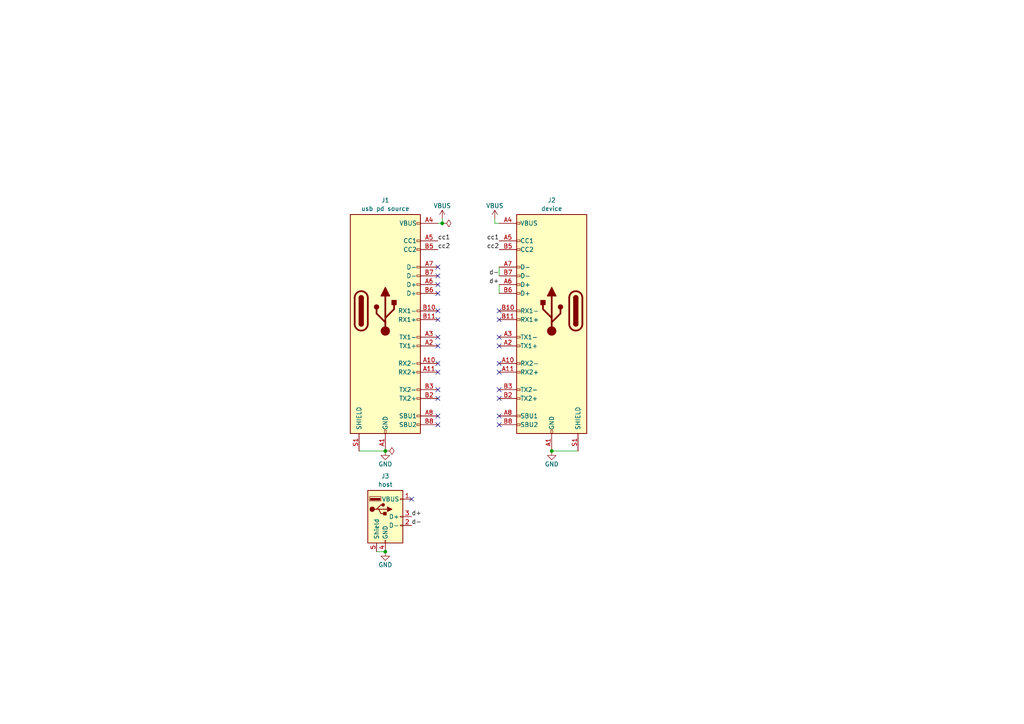
<source format=kicad_sch>
(kicad_sch (version 20231120) (generator "eeschema") (generator_version "8.0")
  (paper "A4")
  (lib_symbols
    (symbol "Connector:USB_A" (pin_names (offset 1.016))
      (property "Reference" "J" (at -5.08 11.43 0))
      (property "Value" "USB_A" (at -5.08 8.89 0))
      (symbol "USB_A_0_1"
        (rectangle (start -5.08 -7.62) (end 5.08 7.62) (stroke (width 0.254)) (fill (type background)))
        (circle (center -3.81 2.159) (radius 0.635) (stroke (width 0.254)) (fill (type outline)))
        (rectangle (start -1.524 4.826) (end -4.318 5.334) (fill (type outline)))
        (rectangle (start -1.27 4.572) (end -4.572 5.842))
        (circle (center -0.635 3.429) (radius 0.381) (stroke (width 0.254)) (fill (type outline)))
        (rectangle (start -0.127 -7.62) (end 0.127 -6.858))
        (polyline (pts (xy -3.175 2.159) (xy -2.54 2.159) (xy -1.27 3.429) (xy -0.635 3.429)) (stroke (width 0.254)))
        (polyline (pts (xy -2.54 2.159) (xy -1.905 2.159) (xy -1.27 0.889) (xy 0 0.889)) (stroke (width 0.254)))
        (polyline (pts (xy 0.635 2.794) (xy 0.635 1.524) (xy 1.905 2.159) (xy 0.635 2.794)) (stroke (width 0.254)) (fill (type outline)))
        (rectangle (start 0.254 1.27) (end -0.508 0.508) (stroke (width 0.254)) (fill (type outline)))
        (rectangle (start 5.08 -2.667) (end 4.318 -2.413))
        (rectangle (start 5.08 -0.127) (end 4.318 0.127))
        (rectangle (start 5.08 4.953) (end 4.318 5.207))
      )
      (symbol "USB_A_1_1"
        (polyline (pts (xy -1.905 2.159) (xy 0.635 2.159)) (stroke (width 0.254)))
        (pin power_in line (at 7.62 5.08 180) (length 2.54) (name "VBUS") (number "1"))
        (pin bidirectional line (at 7.62 -2.54 180) (length 2.54) (name "D-") (number "2"))
        (pin bidirectional line (at 7.62 0 180) (length 2.54) (name "D+") (number "3"))
        (pin power_in line (at 0 -10.16 90) (length 2.54) (name "GND") (number "4"))
        (pin passive line (at -2.54 -10.16 90) (length 2.54) (name "Shield") (number "5"))
      )
    )
    (symbol "Connector:USB_C_Receptacle" (pin_names (offset 1.016))
      (property "Reference" "J" (at -10.16 29.21 0))
      (property "Value" "USB_C_Receptacle" (at 10.16 29.21 0))
      (symbol "USB_C_Receptacle_0_0"
        (rectangle (start -0.254 -35.56) (end 0.254 -34.544))
        (rectangle (start 10.16 -32.766) (end 9.144 -33.274))
        (rectangle (start 10.16 -30.226) (end 9.144 -30.734))
        (rectangle (start 10.16 -25.146) (end 9.144 -25.654))
        (rectangle (start 10.16 -22.606) (end 9.144 -23.114))
        (rectangle (start 10.16 -17.526) (end 9.144 -18.034))
        (rectangle (start 10.16 -14.986) (end 9.144 -15.494))
        (rectangle (start 10.16 -9.906) (end 9.144 -10.414))
        (rectangle (start 10.16 -7.366) (end 9.144 -7.874))
        (rectangle (start 10.16 -2.286) (end 9.144 -2.794))
        (rectangle (start 10.16 0.254) (end 9.144 -0.254))
        (rectangle (start 10.16 5.334) (end 9.144 4.826))
        (rectangle (start 10.16 7.874) (end 9.144 7.366))
        (rectangle (start 10.16 10.414) (end 9.144 9.906))
        (rectangle (start 10.16 12.954) (end 9.144 12.446))
        (rectangle (start 10.16 18.034) (end 9.144 17.526))
        (rectangle (start 10.16 20.574) (end 9.144 20.066))
        (rectangle (start 10.16 25.654) (end 9.144 25.146))
      )
      (symbol "USB_C_Receptacle_0_1"
        (rectangle (start -10.16 27.94) (end 10.16 -35.56) (stroke (width 0.254)) (fill (type background)))
        (arc (start -8.89 -3.81) (mid -6.985 -5.7067) (end -5.08 -3.81) (stroke (width 0.508)))
        (arc (start -7.62 -3.81) (mid -6.985 -4.4423) (end -6.35 -3.81) (stroke (width 0.254)))
        (arc (start -7.62 -3.81) (mid -6.985 -4.4423) (end -6.35 -3.81) (stroke (width 0.254)) (fill (type outline)))
        (rectangle (start -7.62 -3.81) (end -6.35 3.81) (stroke (width 0.254)) (fill (type outline)))
        (arc (start -6.35 3.81) (mid -6.985 4.4423) (end -7.62 3.81) (stroke (width 0.254)))
        (arc (start -6.35 3.81) (mid -6.985 4.4423) (end -7.62 3.81) (stroke (width 0.254)) (fill (type outline)))
        (arc (start -5.08 3.81) (mid -6.985 5.7067) (end -8.89 3.81) (stroke (width 0.508)))
        (polyline (pts (xy -8.89 -3.81) (xy -8.89 3.81)) (stroke (width 0.508)))
        (polyline (pts (xy -5.08 3.81) (xy -5.08 -3.81)) (stroke (width 0.508)))
      )
      (symbol "USB_C_Receptacle_1_1"
        (circle (center -2.54 1.143) (radius 0.635) (stroke (width 0.254)) (fill (type outline)))
        (circle (center 0 -5.842) (radius 1.27) (fill (type outline)))
        (polyline (pts (xy 0 -5.842) (xy 0 4.318)) (stroke (width 0.508)))
        (polyline (pts (xy 0 -3.302) (xy -2.54 -0.762) (xy -2.54 0.508)) (stroke (width 0.508)))
        (polyline (pts (xy 0 -2.032) (xy 2.54 0.508) (xy 2.54 1.778)) (stroke (width 0.508)))
        (polyline (pts (xy -1.27 4.318) (xy 0 6.858) (xy 1.27 4.318) (xy -1.27 4.318)) (stroke (width 0.254)) (fill (type outline)))
        (rectangle (start 1.905 1.778) (end 3.175 3.048) (stroke (width 0.254)) (fill (type outline)))
        (pin passive line (at 0 -40.64 90) (length 5.08) (name "GND") (number "A1"))
        (pin bidirectional line (at 15.24 -15.24 180) (length 5.08) (name "RX2-") (number "A10"))
        (pin bidirectional line (at 15.24 -17.78 180) (length 5.08) (name "RX2+") (number "A11"))
        (pin passive line (at 0 -40.64 90) (length 5.08) hide (name "GND") (number "A12"))
        (pin bidirectional line (at 15.24 -10.16 180) (length 5.08) (name "TX1+") (number "A2"))
        (pin bidirectional line (at 15.24 -7.62 180) (length 5.08) (name "TX1-") (number "A3"))
        (pin passive line (at 15.24 25.4 180) (length 5.08) (name "VBUS") (number "A4"))
        (pin bidirectional line (at 15.24 20.32 180) (length 5.08) (name "CC1") (number "A5"))
        (pin bidirectional line (at 15.24 7.62 180) (length 5.08) (name "D+") (number "A6"))
        (pin bidirectional line (at 15.24 12.7 180) (length 5.08) (name "D-") (number "A7"))
        (pin bidirectional line (at 15.24 -30.48 180) (length 5.08) (name "SBU1") (number "A8"))
        (pin passive line (at 15.24 25.4 180) (length 5.08) hide (name "VBUS") (number "A9"))
        (pin passive line (at 0 -40.64 90) (length 5.08) hide (name "GND") (number "B1"))
        (pin bidirectional line (at 15.24 0 180) (length 5.08) (name "RX1-") (number "B10"))
        (pin bidirectional line (at 15.24 -2.54 180) (length 5.08) (name "RX1+") (number "B11"))
        (pin passive line (at 0 -40.64 90) (length 5.08) hide (name "GND") (number "B12"))
        (pin bidirectional line (at 15.24 -25.4 180) (length 5.08) (name "TX2+") (number "B2"))
        (pin bidirectional line (at 15.24 -22.86 180) (length 5.08) (name "TX2-") (number "B3"))
        (pin passive line (at 15.24 25.4 180) (length 5.08) hide (name "VBUS") (number "B4"))
        (pin bidirectional line (at 15.24 17.78 180) (length 5.08) (name "CC2") (number "B5"))
        (pin bidirectional line (at 15.24 5.08 180) (length 5.08) (name "D+") (number "B6"))
        (pin bidirectional line (at 15.24 10.16 180) (length 5.08) (name "D-") (number "B7"))
        (pin bidirectional line (at 15.24 -33.02 180) (length 5.08) (name "SBU2") (number "B8"))
        (pin passive line (at 15.24 25.4 180) (length 5.08) hide (name "VBUS") (number "B9"))
        (pin passive line (at -7.62 -40.64 90) (length 5.08) (name "SHIELD") (number "S1"))
      )
    )
    (symbol "power:GND" (power) (pin_names (offset 0))
      (property "Value" "GND" (at 0 -3.81 0))
      (symbol "GND_0_1"
        (polyline (pts (xy 0 0) (xy 0 -1.27) (xy 1.27 -1.27) (xy 0 -2.54) (xy -1.27 -1.27) (xy 0 -1.27)))
      )
      (symbol "GND_1_1"
        (pin power_in line (at 0 0 270) (length 0) hide (name "GND") (number "1"))
      )
    )
    (symbol "power:PWR_FLAG" (power) (pin_numbers hide) (pin_names (offset 0) hide)
      (property "Value" "PWR_FLAG" (at 0 3.81 0))
      (symbol "PWR_FLAG_0_0"
        (pin power_out line (at 0 0 90) (length 0) (name "pwr") (number "1"))
      )
      (symbol "PWR_FLAG_0_1"
        (polyline (pts (xy 0 0) (xy 0 1.27) (xy -1.016 1.905) (xy 0 2.54) (xy 1.016 1.905) (xy 0 1.27)))
      )
    )
    (symbol "power:VBUS" (power) (pin_names (offset 0))
      (property "Value" "VBUS" (at 0 3.81 0))
      (symbol "VBUS_0_1"
        (polyline (pts (xy -0.762 1.27) (xy 0 2.54)))
        (polyline (pts (xy 0 0) (xy 0 2.54)))
        (polyline (pts (xy 0 2.54) (xy 0.762 1.27)))
      )
      (symbol "VBUS_1_1"
        (pin power_in line (at 0 0 90) (length 0) hide (name "VBUS") (number "1"))
      )
    )
  )
  (junction (at 111.76 160.02))
  (junction (at 160.02 130.81))
  (junction (at 111.76 130.81))
  (junction (at 128.27 64.77))
  (no_connect (at 144.78 90.17))
  (no_connect (at 127 113.03))
  (no_connect (at 144.78 123.19))
  (no_connect (at 127 90.17))
  (no_connect (at 127 100.33))
  (no_connect (at 127 80.01))
  (no_connect (at 119.38 144.78))
  (no_connect (at 144.78 97.79))
  (no_connect (at 127 92.71))
  (no_connect (at 127 85.09))
  (no_connect (at 127 123.19))
  (no_connect (at 127 97.79))
  (no_connect (at 127 82.55))
  (no_connect (at 144.78 92.71))
  (no_connect (at 127 120.65))
  (no_connect (at 127 105.41))
  (no_connect (at 127 115.57))
  (no_connect (at 144.78 107.95))
  (no_connect (at 144.78 115.57))
  (no_connect (at 144.78 120.65))
  (no_connect (at 127 77.47))
  (no_connect (at 127 107.95))
  (no_connect (at 144.78 105.41))
  (no_connect (at 144.78 100.33))
  (no_connect (at 144.78 113.03))
  (wire (pts (xy 143.51 64.77) (xy 144.78 64.77)))
  (wire (pts (xy 144.78 77.47) (xy 144.78 80.01)))
  (wire (pts (xy 143.51 63.5) (xy 143.51 64.77)))
  (wire (pts (xy 104.14 130.81) (xy 111.76 130.81)))
  (wire (pts (xy 109.22 160.02) (xy 111.76 160.02)))
  (wire (pts (xy 160.02 130.81) (xy 167.64 130.81)))
  (wire (pts (xy 144.78 82.55) (xy 144.78 85.09)))
  (wire (pts (xy 128.27 64.77) (xy 128.27 63.5)))
  (wire (pts (xy 127 64.77) (xy 128.27 64.77)))
  (label "cc2" (at 127 72.39 0))
  (label "cc2" (at 144.78 72.39 180))
  (label "cc1" (at 144.78 69.85 180))
  (label "d-" (at 119.38 152.4 0))
  (label "d-" (at 144.78 80.01 180))
  (label "d+" (at 144.78 82.55 180))
  (label "cc1" (at 127 69.85 0))
  (label "d+" (at 119.38 149.86 0))
  (symbol (lib_id "power:VBUS") (at 143.51 63.5 0) (unit 1)
    (property "Reference" "#PWR05" (effects (hide yes)))
    (property "Value" "VBUS" (at 143.51 59.69 0))
  )
  (symbol (lib_id "power:VBUS") (at 128.27 63.5 0) (unit 1)
    (property "Reference" "#PWR04" (effects (hide yes)))
    (property "Value" "VBUS" (at 128.27 59.69 0))
  )
  (symbol (lib_id "Connector:USB_C_Receptacle") (at 160.02 90.17 0) (mirror y) (unit 1)
    (property "Reference" "J2" (at 160.02 58.0857 0))
    (property "Value" "device" (at 160.02 60.5099 0))
    (property "Footprint" "extraparts:USB-307HI" (effects (hide yes)))
    (property "Datasheet" "https://www.usb.org/sites/default/files/documents/usb_type-c.zip" (effects (hide yes)))
  )
  (symbol (lib_id "power:GND") (at 111.76 130.81 0) (unit 1)
    (property "Reference" "#PWR02" (effects (hide yes)))
    (property "Value" "GND" (at 111.76 134.62 0))
  )
  (symbol (lib_id "Connector:USB_A") (at 111.76 149.86 0) (unit 1)
    (property "Reference" "J3" (at 111.76 138.0957 0))
    (property "Value" "host" (at 111.76 140.5199 0))
    (property "Footprint" "Connector_USB:USB_A_CNCTech_1001-011-01101_Horizontal" (effects (hide yes)))
    (property "Datasheet" " ~" (effects (hide yes)))
  )
  (symbol (lib_id "power:PWR_FLAG") (at 128.27 64.77 270) (unit 1)
    (property "Reference" "#FLG01" (effects (hide yes)))
    (property "Value" "PWR_FLAG" (effects (hide yes)))
  )
  (symbol (lib_id "power:PWR_FLAG") (at 111.76 130.81 270) (unit 1)
    (property "Reference" "#FLG02" (effects (hide yes)))
    (property "Value" "PWR_FLAG" (effects (hide yes)))
  )
  (symbol (lib_id "power:GND") (at 111.76 160.02 0) (unit 1)
    (property "Reference" "#PWR01" (effects (hide yes)))
    (property "Value" "GND" (at 111.76 163.83 0))
  )
  (symbol (lib_id "Connector:USB_C_Receptacle") (at 111.76 90.17 0) (unit 1)
    (property "Reference" "J1" (at 111.76 58.0857 0))
    (property "Value" "usb pd source" (at 111.76 60.5099 0))
    (property "Footprint" "extraparts:USB-307HI" (effects (hide yes)))
    (property "Datasheet" "https://www.usb.org/sites/default/files/documents/usb_type-c.zip" (effects (hide yes)))
  )
  (symbol (lib_id "power:GND") (at 160.02 130.81 0) (unit 1)
    (property "Reference" "#PWR03" (effects (hide yes)))
    (property "Value" "GND" (at 160.02 134.62 0))
  )
)
</source>
